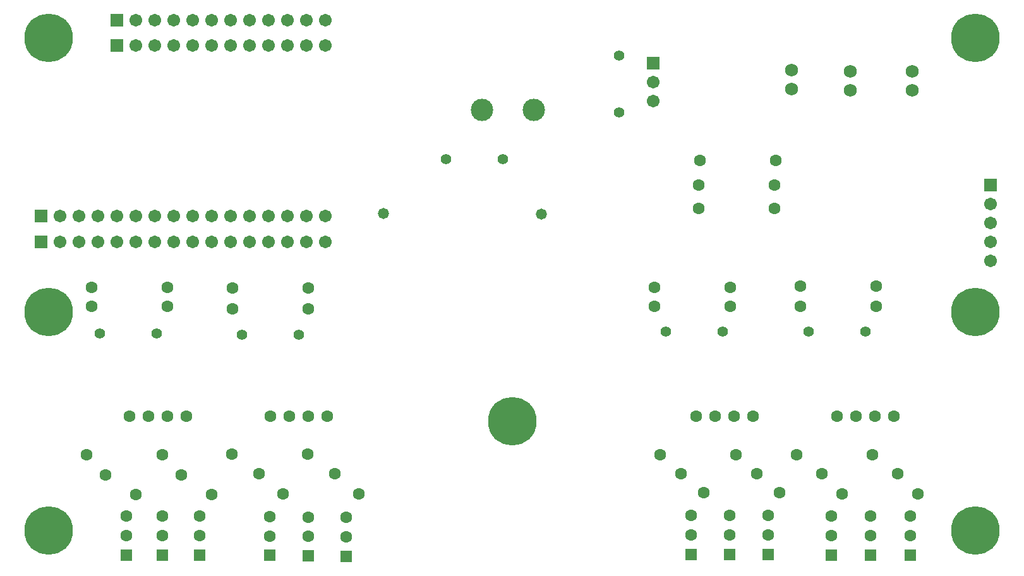
<source format=gbs>
G04*
G04 #@! TF.GenerationSoftware,Altium Limited,Altium Designer,22.3.1 (43)*
G04*
G04 Layer_Color=16711935*
%FSLAX25Y25*%
%MOIN*%
G70*
G04*
G04 #@! TF.SameCoordinates,8EB33FF8-491A-49A4-B63E-2C25C033CD89*
G04*
G04*
G04 #@! TF.FilePolarity,Negative*
G04*
G01*
G75*
%ADD14C,0.05524*%
%ADD15R,0.06706X0.06706*%
%ADD16C,0.06706*%
%ADD17C,0.25603*%
%ADD18C,0.06312*%
%ADD19C,0.11800*%
%ADD20C,0.06902*%
%ADD21R,0.06706X0.06706*%
%ADD22R,0.06312X0.06312*%
%ADD23C,0.05800*%
D14*
X339000Y336000D02*
D03*
X309000D02*
D03*
X400400Y360900D02*
D03*
Y390900D02*
D03*
X126500Y244000D02*
D03*
X156500D02*
D03*
X201500Y243500D02*
D03*
X231500D02*
D03*
X500500Y245000D02*
D03*
X530500D02*
D03*
X425000D02*
D03*
X455000D02*
D03*
D15*
X95500Y292500D02*
D03*
Y306000D02*
D03*
X135500Y409500D02*
D03*
Y396000D02*
D03*
D16*
X105500Y292500D02*
D03*
X115500D02*
D03*
X125500D02*
D03*
X135500D02*
D03*
X145500D02*
D03*
X155500D02*
D03*
X165500D02*
D03*
X175500D02*
D03*
X185500D02*
D03*
X195500D02*
D03*
X205500D02*
D03*
X215500D02*
D03*
X225500D02*
D03*
X235500D02*
D03*
X245500D02*
D03*
Y306000D02*
D03*
X235500D02*
D03*
X225500D02*
D03*
X215500D02*
D03*
X205500D02*
D03*
X195500D02*
D03*
X185500D02*
D03*
X175500D02*
D03*
X165500D02*
D03*
X155500D02*
D03*
X145500D02*
D03*
X135500D02*
D03*
X125500D02*
D03*
X115500D02*
D03*
X105500D02*
D03*
X245500Y409500D02*
D03*
X235500D02*
D03*
X225500D02*
D03*
X215500D02*
D03*
X205500D02*
D03*
X195500D02*
D03*
X185500D02*
D03*
X175500D02*
D03*
X165500D02*
D03*
X155500D02*
D03*
X145500D02*
D03*
Y396000D02*
D03*
X155500D02*
D03*
X165500D02*
D03*
X175500D02*
D03*
X185500D02*
D03*
X195500D02*
D03*
X205500D02*
D03*
X215500D02*
D03*
X225500D02*
D03*
X235500D02*
D03*
X245500D02*
D03*
X596500Y282500D02*
D03*
Y292500D02*
D03*
Y302500D02*
D03*
Y312500D02*
D03*
X418400Y366900D02*
D03*
Y376900D02*
D03*
D17*
X588516Y400000D02*
D03*
X99500D02*
D03*
X588516Y140000D02*
D03*
Y255500D02*
D03*
X344008Y197748D02*
D03*
X99500Y255500D02*
D03*
Y140000D02*
D03*
D18*
X443000Y335500D02*
D03*
X483000D02*
D03*
X442500Y322500D02*
D03*
X482500D02*
D03*
X442500Y310000D02*
D03*
X482500D02*
D03*
X162000Y258500D02*
D03*
X122000D02*
D03*
X162000Y268500D02*
D03*
X122000D02*
D03*
X236500Y268000D02*
D03*
X196500D02*
D03*
X236500Y257000D02*
D03*
X196500D02*
D03*
X536000Y269000D02*
D03*
X496000D02*
D03*
X536000Y258500D02*
D03*
X496000D02*
D03*
X459000Y268500D02*
D03*
X419000D02*
D03*
X459000Y258500D02*
D03*
X419000D02*
D03*
X179000Y137500D02*
D03*
Y147736D02*
D03*
X140500Y137500D02*
D03*
Y147736D02*
D03*
X159500Y137500D02*
D03*
Y147736D02*
D03*
X169500Y169500D02*
D03*
X129500D02*
D03*
X159500Y180000D02*
D03*
X119500D02*
D03*
X256500Y136764D02*
D03*
Y147000D02*
D03*
X216000Y137264D02*
D03*
Y147500D02*
D03*
X236500Y137000D02*
D03*
Y147236D02*
D03*
X236000Y180500D02*
D03*
X196000D02*
D03*
X250500Y170000D02*
D03*
X210500D02*
D03*
X485000Y160000D02*
D03*
X445000D02*
D03*
X473000Y170000D02*
D03*
X433000D02*
D03*
X462000Y180000D02*
D03*
X422000D02*
D03*
X479000Y137764D02*
D03*
Y148000D02*
D03*
X458750Y137764D02*
D03*
Y148000D02*
D03*
X438500Y137764D02*
D03*
Y148000D02*
D03*
X533250Y137500D02*
D03*
Y147736D02*
D03*
X525500Y200500D02*
D03*
X515500D02*
D03*
X535500D02*
D03*
X545500D02*
D03*
X554000Y137500D02*
D03*
Y147736D02*
D03*
X512500D02*
D03*
Y137500D02*
D03*
X534000Y180000D02*
D03*
X494000D02*
D03*
X558000Y159500D02*
D03*
X518000D02*
D03*
X263000D02*
D03*
X223000D02*
D03*
X185500Y159000D02*
D03*
X145500D02*
D03*
X547500Y170000D02*
D03*
X507500D02*
D03*
X172000Y200500D02*
D03*
X162000D02*
D03*
X142000D02*
D03*
X152000D02*
D03*
X246500D02*
D03*
X236500D02*
D03*
X216500D02*
D03*
X226500D02*
D03*
X471000D02*
D03*
X461000D02*
D03*
X441000D02*
D03*
X451000D02*
D03*
D19*
X355659Y362200D02*
D03*
X328100D02*
D03*
D20*
X555000Y372500D02*
D03*
Y382500D02*
D03*
X522500Y372500D02*
D03*
Y382500D02*
D03*
X491500Y373000D02*
D03*
Y383000D02*
D03*
D21*
X596500Y322500D02*
D03*
X418400Y386900D02*
D03*
D22*
X179000Y127264D02*
D03*
X140500D02*
D03*
X159500D02*
D03*
X256500Y126528D02*
D03*
X216000Y127028D02*
D03*
X236500Y126764D02*
D03*
X479000Y127528D02*
D03*
X458750D02*
D03*
X438500D02*
D03*
X533250Y127264D02*
D03*
X554000D02*
D03*
X512500D02*
D03*
D23*
X359500Y307000D02*
D03*
X276000Y307500D02*
D03*
M02*

</source>
